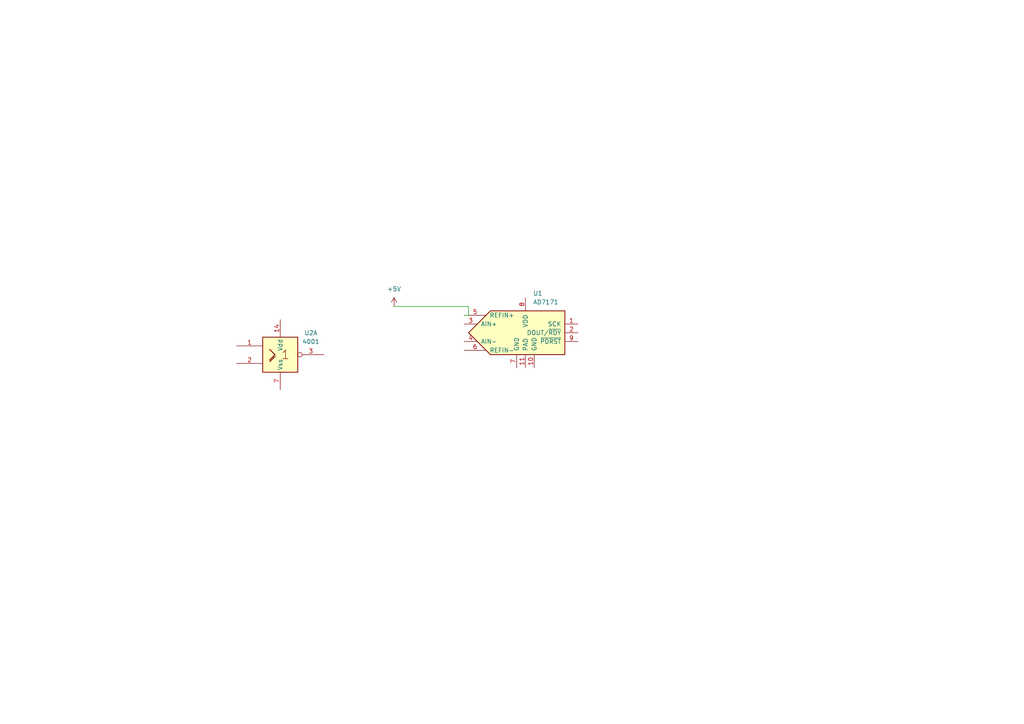
<source format=kicad_sch>
(kicad_sch (version 20231120) (generator "eeschema") (generator_version "8.0")
  (paper "A4")
  (lib_symbols
    (symbol "4xxx_IEEE:4001"
      (property "Reference" "U" (at 3.81 6.35 0))
      (property "Value" "4001" (at 3.81 -6.35 0))
      (symbol "4001_0_0"
        (rectangle (start -5.08 5.08) (end 5.08 -5.08) (stroke (width 0.254)) (fill (type background)))
        (text "1" (at 1.524 0 0) (effects (font (size 2.54 2.54))))
        (pin power_in line (at 0 10.16 270) (length 5.08) (name "Vdd") (number "14"))
        (pin power_in line (at 0 -10.16 90) (length 5.08) (name "Vss") (number "7"))
      )
      (symbol "4001_0_1"
        (polyline (pts (xy -3.048 -2.032) (xy -1.524 -0.508) (xy -1.524 -0.508)) (stroke (width 0.254)) (fill (type background)))
        (polyline (pts (xy -3.048 1.524) (xy -1.524 0) (xy -3.048 -1.524) (xy -3.048 -1.524)) (stroke (width 0.254)) (fill (type background)))
      )
      (symbol "4001_1_1"
        (pin input line (at -12.7 2.54 0) (length 7.62) (name "~") (number "1"))
        (pin input line (at -12.7 -2.54 0) (length 7.62) (name "~") (number "2"))
        (pin output inverted (at 12.7 0 180) (length 7.62) (name "~") (number "3"))
      )
      (symbol "4001_2_1"
        (pin output inverted (at 12.7 0 180) (length 7.62) (name "~") (number "4"))
        (pin input line (at -12.7 2.54 0) (length 7.62) (name "~") (number "5"))
        (pin input line (at -12.7 -2.54 0) (length 7.62) (name "~") (number "6"))
      )
      (symbol "4001_3_1"
        (pin output inverted (at 12.7 0 180) (length 7.62) (name "~") (number "10"))
        (pin input line (at -12.7 2.54 0) (length 7.62) (name "~") (number "8"))
        (pin input line (at -12.7 -2.54 0) (length 7.62) (name "~") (number "9"))
      )
      (symbol "4001_4_1"
        (pin output inverted (at 12.7 0 180) (length 7.62) (name "~") (number "11"))
        (pin input line (at -12.7 2.54 0) (length 7.62) (name "~") (number "12"))
        (pin input line (at -12.7 -2.54 0) (length 7.62) (name "~") (number "13"))
      )
    )
    (symbol "Analog_ADC:AD7171" (pin_names (offset 1.016))
      (property "Reference" "U" (at -10.16 7.62 0))
      (property "Value" "AD7171" (at 2.54 7.62 0))
      (symbol "AD7171_0_1"
        (polyline (pts (xy 11.43 6.35) (xy -10.16 6.35) (xy -16.51 0) (xy -10.16 -6.35) (xy 11.43 -6.35) (xy 11.43 6.35)) (stroke (width 0.254)) (fill (type background)))
      )
      (symbol "AD7171_1_1"
        (pin input line (at 15.24 2.54 180) (length 3.81) (name "SCK") (number "1"))
        (pin power_in line (at 2.54 -10.16 90) (length 3.81) (name "GND") (number "10"))
        (pin power_in line (at 0 -10.16 90) (length 3.81) (name "PAD") (number "11"))
        (pin tri_state line (at 15.24 0 180) (length 3.81) (name "DOUT/~{RDY}") (number "2"))
        (pin passive line (at -17.78 2.54 0) (length 3.81) (name "AIN+") (number "3"))
        (pin passive line (at -17.78 -2.54 0) (length 3.81) (name "AIN-") (number "4"))
        (pin passive line (at -17.78 5.08 0) (length 6.35) (name "REFIN+") (number "5"))
        (pin passive line (at -17.78 -5.08 0) (length 6.35) (name "REFIN-") (number "6"))
        (pin power_in line (at -2.54 -10.16 90) (length 3.81) (name "GND") (number "7"))
        (pin power_in line (at 0 10.16 270) (length 3.81) (name "VDD") (number "8"))
        (pin input line (at 15.24 -2.54 180) (length 3.81) (name "~{PDRST}") (number "9"))
      )
    )
    (symbol "power:+5V" (power) (pin_numbers hide) (pin_names (offset 0) hide)
      (property "Value" "+5V" (at 0 3.556 0))
      (symbol "+5V_0_1"
        (polyline (pts (xy -0.762 1.27) (xy 0 2.54)))
        (polyline (pts (xy 0 0) (xy 0 2.54)))
        (polyline (pts (xy 0 2.54) (xy 0.762 1.27)))
      )
      (symbol "+5V_1_1"
        (pin power_in line (at 0 0 90) (length 0) (name "~") (number "1"))
      )
    )
  )
  (wire (pts (xy 135.89 88.9) (xy 135.89 91.44)))
  (wire (pts (xy 135.89 91.44) (xy 134.62 91.44)))
  (wire (pts (xy 114.3 88.9) (xy 135.89 88.9)))
  (symbol (lib_id "4xxx_IEEE:4001") (at 81.28 102.87 0) (unit 1)
    (property "Reference" "U2" (at 90.17 96.5514 0))
    (property "Value" "4001" (at 90.17 99.0914 0))
  )
  (symbol (lib_id "Analog_ADC:AD7171") (at 152.4 96.52 0) (unit 1)
    (property "Reference" "U1" (at 154.5941 85.09 0) (effects (justify left)))
    (property "Value" "AD7171" (at 154.5941 87.63 0) (effects (justify left)))
    (property "Footprint" "Package_DFN_QFN:DFN-10-1EP_3x3mm_P0.5mm_EP1.55x2.48mm" (effects (hide yes)))
    (property "Datasheet" "https://www.analog.com/media/en/technical-documentation/data-sheets/AD7171.pdf" (effects (hide yes)))
    (property "Description" "Single channel Analog to Digital Converter, 16-bit, differential input, 125Hz, SPI interface" (effects (hide yes)))
  )
  (symbol (lib_id "power:+5V") (at 114.3 88.9 0) (unit 1)
    (property "Reference" "#PWR01" (effects (hide yes)))
    (property "Value" "+5V" (at 114.3 83.82 0))
    (property "Description" "Power symbol creates a global label with name \"+5V\"" (effects (hide yes)))
  )
)
</source>
